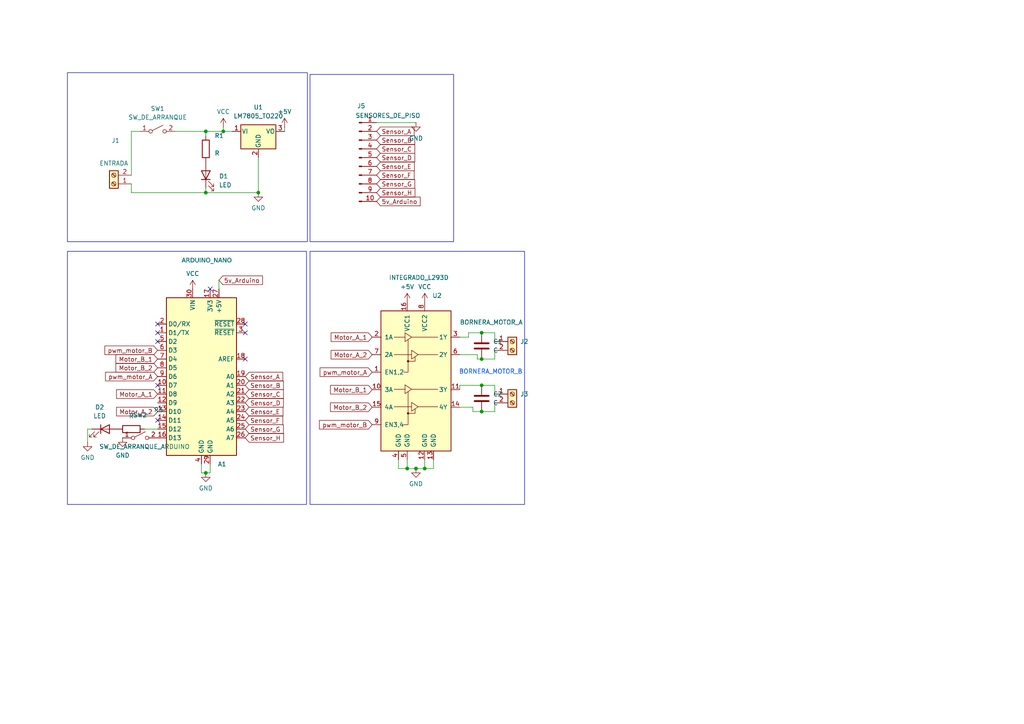
<source format=kicad_sch>
(kicad_sch (version 20250114) (generator "eeschema") (generator_version "9.0")
  (paper "A4")
  (lib_symbols
    (symbol "Connector:Conn_01x10_Pin" (pin_names (offset 1.016) (hide yes))
      (property "Reference" "J" (at 0 12.7 0))
      (property "Value" "Conn_01x10_Pin" (at 0 -15.24 0))
      (symbol "Conn_01x10_Pin_1_1"
        (rectangle (start 0.8636 10.287) (end 0 10.033) (stroke (width 0.1524)) (fill (type outline)))
        (rectangle (start 0.8636 7.747) (end 0 7.493) (stroke (width 0.1524)) (fill (type outline)))
        (rectangle (start 0.8636 5.207) (end 0 4.953) (stroke (width 0.1524)) (fill (type outline)))
        (rectangle (start 0.8636 2.667) (end 0 2.413) (stroke (width 0.1524)) (fill (type outline)))
        (rectangle (start 0.8636 0.127) (end 0 -0.127) (stroke (width 0.1524)) (fill (type outline)))
        (rectangle (start 0.8636 -2.413) (end 0 -2.667) (stroke (width 0.1524)) (fill (type outline)))
        (rectangle (start 0.8636 -4.953) (end 0 -5.207) (stroke (width 0.1524)) (fill (type outline)))
        (rectangle (start 0.8636 -7.493) (end 0 -7.747) (stroke (width 0.1524)) (fill (type outline)))
        (rectangle (start 0.8636 -10.033) (end 0 -10.287) (stroke (width 0.1524)) (fill (type outline)))
        (rectangle (start 0.8636 -12.573) (end 0 -12.827) (stroke (width 0.1524)) (fill (type outline)))
        (polyline (pts (xy 1.27 10.16) (xy 0.8636 10.16)) (stroke (width 0.1524)))
        (polyline (pts (xy 1.27 7.62) (xy 0.8636 7.62)) (stroke (width 0.1524)))
        (polyline (pts (xy 1.27 5.08) (xy 0.8636 5.08)) (stroke (width 0.1524)))
        (polyline (pts (xy 1.27 2.54) (xy 0.8636 2.54)) (stroke (width 0.1524)))
        (polyline (pts (xy 1.27 0) (xy 0.8636 0)) (stroke (width 0.1524)))
        (polyline (pts (xy 1.27 -2.54) (xy 0.8636 -2.54)) (stroke (width 0.1524)))
        (polyline (pts (xy 1.27 -5.08) (xy 0.8636 -5.08)) (stroke (width 0.1524)))
        (polyline (pts (xy 1.27 -7.62) (xy 0.8636 -7.62)) (stroke (width 0.1524)))
        (polyline (pts (xy 1.27 -10.16) (xy 0.8636 -10.16)) (stroke (width 0.1524)))
        (polyline (pts (xy 1.27 -12.7) (xy 0.8636 -12.7)) (stroke (width 0.1524)))
        (pin passive line (at 5.08 10.16 180) (length 3.81) (name "Pin_1") (number "1"))
        (pin passive line (at 5.08 7.62 180) (length 3.81) (name "Pin_2") (number "2"))
        (pin passive line (at 5.08 5.08 180) (length 3.81) (name "Pin_3") (number "3"))
        (pin passive line (at 5.08 2.54 180) (length 3.81) (name "Pin_4") (number "4"))
        (pin passive line (at 5.08 0 180) (length 3.81) (name "Pin_5") (number "5"))
        (pin passive line (at 5.08 -2.54 180) (length 3.81) (name "Pin_6") (number "6"))
        (pin passive line (at 5.08 -5.08 180) (length 3.81) (name "Pin_7") (number "7"))
        (pin passive line (at 5.08 -7.62 180) (length 3.81) (name "Pin_8") (number "8"))
        (pin passive line (at 5.08 -10.16 180) (length 3.81) (name "Pin_9") (number "9"))
        (pin passive line (at 5.08 -12.7 180) (length 3.81) (name "Pin_10") (number "10"))
      )
    )
    (symbol "Connector:Screw_Terminal_01x02" (pin_names (offset 1.016) (hide yes))
      (property "Reference" "J" (at 0 2.54 0))
      (property "Value" "Screw_Terminal_01x02" (at 0 -5.08 0))
      (symbol "Screw_Terminal_01x02_1_1"
        (rectangle (start -1.27 1.27) (end 1.27 -3.81) (stroke (width 0.254)) (fill (type background)))
        (polyline (pts (xy -0.5334 0.3302) (xy 0.3302 -0.508)) (stroke (width 0.1524)))
        (polyline (pts (xy -0.5334 -2.2098) (xy 0.3302 -3.048)) (stroke (width 0.1524)))
        (polyline (pts (xy -0.3556 0.508) (xy 0.508 -0.3302)) (stroke (width 0.1524)))
        (polyline (pts (xy -0.3556 -2.032) (xy 0.508 -2.8702)) (stroke (width 0.1524)))
        (circle (center 0 0) (radius 0.635) (stroke (width 0.1524)))
        (circle (center 0 -2.54) (radius 0.635) (stroke (width 0.1524)))
        (pin passive line (at -5.08 0 0) (length 3.81) (name "Pin_1") (number "1"))
        (pin passive line (at -5.08 -2.54 0) (length 3.81) (name "Pin_2") (number "2"))
      )
    )
    (symbol "Device:C" (pin_numbers (hide yes)) (pin_names (offset 0.254))
      (property "Reference" "C" (at 0.635 2.54 0))
      (property "Value" "C" (at 0.635 -2.54 0))
      (symbol "C_0_1"
        (polyline (pts (xy -2.032 0.762) (xy 2.032 0.762)) (stroke (width 0.508)))
        (polyline (pts (xy -2.032 -0.762) (xy 2.032 -0.762)) (stroke (width 0.508)))
      )
      (symbol "C_1_1"
        (pin passive line (at 0 3.81 270) (length 2.794) (name "~") (number "1"))
        (pin passive line (at 0 -3.81 90) (length 2.794) (name "~") (number "2"))
      )
    )
    (symbol "Device:LED" (pin_numbers (hide yes)) (pin_names (offset 1.016) (hide yes))
      (property "Reference" "D" (at 0 2.54 0))
      (property "Value" "LED" (at 0 -2.54 0))
      (symbol "LED_0_1"
        (polyline (pts (xy -3.048 -0.762) (xy -4.572 -2.286) (xy -3.81 -2.286) (xy -4.572 -2.286) (xy -4.572 -1.524)))
        (polyline (pts (xy -1.778 -0.762) (xy -3.302 -2.286) (xy -2.54 -2.286) (xy -3.302 -2.286) (xy -3.302 -1.524)))
        (polyline (pts (xy -1.27 0) (xy 1.27 0)))
        (polyline (pts (xy -1.27 -1.27) (xy -1.27 1.27)) (stroke (width 0.254)))
        (polyline (pts (xy 1.27 -1.27) (xy 1.27 1.27) (xy -1.27 0) (xy 1.27 -1.27)) (stroke (width 0.254)))
      )
      (symbol "LED_1_1"
        (pin passive line (at -3.81 0 0) (length 2.54) (name "K") (number "1"))
        (pin passive line (at 3.81 0 180) (length 2.54) (name "A") (number "2"))
      )
    )
    (symbol "Device:R" (pin_numbers (hide yes)) (pin_names (offset 0))
      (property "Reference" "R" (at 2.032 0 90))
      (property "Value" "R" (at 0 0 90))
      (symbol "R_0_1"
        (rectangle (start -1.016 -2.54) (end 1.016 2.54) (stroke (width 0.254)))
      )
      (symbol "R_1_1"
        (pin passive line (at 0 3.81 270) (length 1.27) (name "~") (number "1"))
        (pin passive line (at 0 -3.81 90) (length 1.27) (name "~") (number "2"))
      )
    )
    (symbol "Driver_Motor:L293D" (pin_names (offset 1.016))
      (property "Reference" "U" (at -5.08 26.035 0))
      (property "Value" "L293D" (at -5.08 24.13 0))
      (symbol "L293D_0_1"
        (rectangle (start -10.16 22.86) (end 10.16 -17.78) (stroke (width 0.254)) (fill (type background)))
        (polyline (pts (xy -6.35 15.24) (xy -3.175 15.24)))
        (polyline (pts (xy -6.35 10.16) (xy -1.27 10.16)))
        (polyline (pts (xy -6.35 0.127) (xy -3.175 0.127)))
        (polyline (pts (xy -6.35 -4.953) (xy -1.27 -4.953)))
        (polyline (pts (xy -3.175 16.51) (xy -3.175 13.97) (xy -1.27 15.24) (xy -3.175 16.51)))
        (polyline (pts (xy -3.175 1.397) (xy -3.175 -1.143) (xy -1.27 0.127) (xy -3.175 1.397)))
        (polyline (pts (xy -2.286 14.478) (xy -2.286 5.08) (xy -3.556 5.08)))
        (circle (center -2.286 8.255) (radius 0.254) (fill (type outline)))
        (polyline (pts (xy -2.286 8.255) (xy -0.254 8.255) (xy -0.254 9.525)))
        (polyline (pts (xy -2.286 -0.635) (xy -2.286 -10.16) (xy -3.556 -10.16)))
        (circle (center -2.286 -6.858) (radius 0.254) (fill (type outline)))
        (polyline (pts (xy -2.286 -6.858) (xy -0.254 -6.858) (xy -0.254 -5.588)))
        (polyline (pts (xy -1.27 15.24) (xy 6.35 15.24)))
        (polyline (pts (xy -1.27 11.43) (xy -1.27 8.89) (xy 0.635 10.16) (xy -1.27 11.43)))
        (polyline (pts (xy -1.27 0.127) (xy 6.35 0.127)))
        (polyline (pts (xy -1.27 -3.683) (xy -1.27 -6.223) (xy 0.635 -4.953) (xy -1.27 -3.683)))
        (polyline (pts (xy 0.635 10.16) (xy 6.35 10.16)))
        (polyline (pts (xy 0.635 -4.953) (xy 6.35 -4.953)))
      )
      (symbol "L293D_1_1"
        (pin input line (at -12.7 15.24 0) (length 2.54) (name "1A") (number "2"))
        (pin input line (at -12.7 10.16 0) (length 2.54) (name "2A") (number "7"))
        (pin input line (at -12.7 5.08 0) (length 2.54) (name "EN1,2") (number "1"))
        (pin input line (at -12.7 0 0) (length 2.54) (name "3A") (number "10"))
        (pin input line (at -12.7 -5.08 0) (length 2.54) (name "4A") (number "15"))
        (pin input line (at -12.7 -10.16 0) (length 2.54) (name "EN3,4") (number "9"))
        (pin power_in line (at -5.08 -20.32 90) (length 2.54) (name "GND") (number "4"))
        (pin power_in line (at -2.54 25.4 270) (length 2.54) (name "VCC1") (number "16"))
        (pin power_in line (at -2.54 -20.32 90) (length 2.54) (name "GND") (number "5"))
        (pin power_in line (at 2.54 25.4 270) (length 2.54) (name "VCC2") (number "8"))
        (pin power_in line (at 2.54 -20.32 90) (length 2.54) (name "GND") (number "12"))
        (pin power_in line (at 5.08 -20.32 90) (length 2.54) (name "GND") (number "13"))
        (pin output line (at 12.7 15.24 180) (length 2.54) (name "1Y") (number "3"))
        (pin output line (at 12.7 10.16 180) (length 2.54) (name "2Y") (number "6"))
        (pin output line (at 12.7 0 180) (length 2.54) (name "3Y") (number "11"))
        (pin output line (at 12.7 -5.08 180) (length 2.54) (name "4Y") (number "14"))
      )
    )
    (symbol "MCU_Module:Arduino_Nano_v2.x"
      (property "Reference" "A" (at -10.16 23.495 0))
      (property "Value" "Arduino_Nano_v2.x" (at 5.08 -24.13 0))
      (symbol "Arduino_Nano_v2.x_0_1"
        (rectangle (start -10.16 22.86) (end 10.16 -22.86) (stroke (width 0.254)) (fill (type background)))
      )
      (symbol "Arduino_Nano_v2.x_1_1"
        (pin bidirectional line (at -12.7 15.24 0) (length 2.54) (name "D0/RX") (number "2"))
        (pin bidirectional line (at -12.7 12.7 0) (length 2.54) (name "D1/TX") (number "1"))
        (pin bidirectional line (at -12.7 10.16 0) (length 2.54) (name "D2") (number "5"))
        (pin bidirectional line (at -12.7 7.62 0) (length 2.54) (name "D3") (number "6"))
        (pin bidirectional line (at -12.7 5.08 0) (length 2.54) (name "D4") (number "7"))
        (pin bidirectional line (at -12.7 2.54 0) (length 2.54) (name "D5") (number "8"))
        (pin bidirectional line (at -12.7 0 0) (length 2.54) (name "D6") (number "9"))
        (pin bidirectional line (at -12.7 -2.54 0) (length 2.54) (name "D7") (number "10"))
        (pin bidirectional line (at -12.7 -5.08 0) (length 2.54) (name "D8") (number "11"))
        (pin bidirectional line (at -12.7 -7.62 0) (length 2.54) (name "D9") (number "12"))
        (pin bidirectional line (at -12.7 -10.16 0) (length 2.54) (name "D10") (number "13"))
        (pin bidirectional line (at -12.7 -12.7 0) (length 2.54) (name "D11") (number "14"))
        (pin bidirectional line (at -12.7 -15.24 0) (length 2.54) (name "D12") (number "15"))
        (pin bidirectional line (at -12.7 -17.78 0) (length 2.54) (name "D13") (number "16"))
        (pin power_in line (at -2.54 25.4 270) (length 2.54) (name "VIN") (number "30"))
        (pin power_in line (at 0 -25.4 90) (length 2.54) (name "GND") (number "4"))
        (pin power_out line (at 2.54 25.4 270) (length 2.54) (name "3V3") (number "17"))
        (pin power_in line (at 2.54 -25.4 90) (length 2.54) (name "GND") (number "29"))
        (pin power_out line (at 5.08 25.4 270) (length 2.54) (name "+5V") (number "27"))
        (pin input line (at 12.7 15.24 180) (length 2.54) (name "~{RESET}") (number "28"))
        (pin input line (at 12.7 12.7 180) (length 2.54) (name "~{RESET}") (number "3"))
        (pin input line (at 12.7 5.08 180) (length 2.54) (name "AREF") (number "18"))
        (pin bidirectional line (at 12.7 0 180) (length 2.54) (name "A0") (number "19"))
        (pin bidirectional line (at 12.7 -2.54 180) (length 2.54) (name "A1") (number "20"))
        (pin bidirectional line (at 12.7 -5.08 180) (length 2.54) (name "A2") (number "21"))
        (pin bidirectional line (at 12.7 -7.62 180) (length 2.54) (name "A3") (number "22"))
        (pin bidirectional line (at 12.7 -10.16 180) (length 2.54) (name "A4") (number "23"))
        (pin bidirectional line (at 12.7 -12.7 180) (length 2.54) (name "A5") (number "24"))
        (pin bidirectional line (at 12.7 -15.24 180) (length 2.54) (name "A6") (number "25"))
        (pin bidirectional line (at 12.7 -17.78 180) (length 2.54) (name "A7") (number "26"))
      )
    )
    (symbol "Regulator_Linear:LM7805_TO220" (pin_names (offset 0.254))
      (property "Reference" "U" (at -3.81 3.175 0))
      (property "Value" "LM7805_TO220" (at 0 3.175 0))
      (symbol "LM7805_TO220_0_1"
        (rectangle (start -5.08 1.905) (end 5.08 -5.08) (stroke (width 0.254)) (fill (type background)))
      )
      (symbol "LM7805_TO220_1_1"
        (pin power_in line (at -7.62 0 0) (length 2.54) (name "VI") (number "1"))
        (pin power_in line (at 0 -7.62 90) (length 2.54) (name "GND") (number "2"))
        (pin power_out line (at 7.62 0 180) (length 2.54) (name "VO") (number "3"))
      )
    )
    (symbol "Switch:SW_SPST" (pin_names (offset 0) (hide yes))
      (property "Reference" "SW" (at 0 3.175 0))
      (property "Value" "SW_SPST" (at 0 -2.54 0))
      (symbol "SW_SPST_0_0"
        (circle (center -2.032 0) (radius 0.508))
        (polyline (pts (xy -1.524 0.254) (xy 1.524 1.778)))
        (circle (center 2.032 0) (radius 0.508))
      )
      (symbol "SW_SPST_1_1"
        (pin passive line (at -5.08 0 0) (length 2.54) (name "A") (number "1"))
        (pin passive line (at 5.08 0 180) (length 2.54) (name "B") (number "2"))
      )
    )
    (symbol "power:+5V" (power) (pin_numbers (hide yes)) (pin_names (offset 0) (hide yes))
      (property "Value" "+5V" (at 0 3.556 0))
      (symbol "+5V_0_1"
        (polyline (pts (xy -0.762 1.27) (xy 0 2.54)))
        (polyline (pts (xy 0 2.54) (xy 0.762 1.27)))
        (polyline (pts (xy 0 0) (xy 0 2.54)))
      )
      (symbol "+5V_1_1"
        (pin power_in line (at 0 0 90) (length 0) (name "~") (number "1"))
      )
    )
    (symbol "power:GND" (power) (pin_numbers (hide yes)) (pin_names (offset 0) (hide yes))
      (property "Value" "GND" (at 0 -3.81 0))
      (symbol "GND_0_1"
        (polyline (pts (xy 0 0) (xy 0 -1.27) (xy 1.27 -1.27) (xy 0 -2.54) (xy -1.27 -1.27) (xy 0 -1.27)))
      )
      (symbol "GND_1_1"
        (pin power_in line (at 0 0 270) (length 0) (name "~") (number "1"))
      )
    )
    (symbol "power:VCC" (power) (pin_numbers (hide yes)) (pin_names (offset 0) (hide yes))
      (property "Value" "VCC" (at 0 3.556 0))
      (symbol "VCC_0_1"
        (polyline (pts (xy -0.762 1.27) (xy 0 2.54)))
        (polyline (pts (xy 0 2.54) (xy 0.762 1.27)))
        (polyline (pts (xy 0 0) (xy 0 2.54)))
      )
      (symbol "VCC_1_1"
        (pin power_in line (at 0 0 90) (length 0) (name "~") (number "1"))
      )
    )
  )
  (rectangle (start 89.916 72.898) (end 152.146 146.304))
  (rectangle (start 89.916 21.59) (end 131.572 70.104))
  (rectangle (start 19.558 21.082) (end 89.154 70.104))
  (rectangle (start 19.558 72.898) (end 88.9 146.304))
  (junction (at 74.93 55.88))
  (junction (at 118.11 135.89))
  (junction (at 59.69 55.88))
  (junction (at 59.69 38.1))
  (junction (at 120.65 135.89))
  (junction (at 59.69 137.16))
  (junction (at 64.77 38.1))
  (junction (at 123.19 135.89))
  (junction (at 139.7 111.76))
  (junction (at 139.7 104.14))
  (junction (at 139.7 119.38))
  (junction (at 139.7 96.52))
  (no_connect (at 60.96 83.82))
  (no_connect (at 45.72 96.52))
  (no_connect (at 71.12 104.14))
  (no_connect (at 45.72 111.76))
  (no_connect (at 45.72 121.92))
  (no_connect (at 71.12 93.98))
  (no_connect (at 45.72 93.98))
  (no_connect (at 71.12 96.52))
  (no_connect (at 45.72 99.06))
  (wire (pts (xy 74.93 45.72) (xy 74.93 55.88)))
  (wire (pts (xy 82.55 36.83) (xy 82.55 38.1)))
  (wire (pts (xy 40.64 38.1) (xy 38.1 38.1)))
  (wire (pts (xy 50.8 38.1) (xy 59.69 38.1)))
  (wire (pts (xy 38.1 38.1) (xy 38.1 50.8)))
  (wire (pts (xy 143.51 114.3) (xy 143.51 111.76)))
  (wire (pts (xy 118.11 135.89) (xy 120.65 135.89)))
  (wire (pts (xy 125.73 135.89) (xy 123.19 135.89)))
  (wire (pts (xy 139.7 119.38) (xy 143.51 119.38)))
  (wire (pts (xy 133.35 102.87) (xy 138.43 102.87)))
  (wire (pts (xy 133.35 118.11) (xy 137.16 118.11)))
  (wire (pts (xy 125.73 133.35) (xy 125.73 135.89)))
  (wire (pts (xy 139.7 104.14) (xy 143.51 104.14)))
  (wire (pts (xy 60.96 137.16) (xy 60.96 134.62)))
  (wire (pts (xy 133.35 111.76) (xy 133.35 113.03)))
  (wire (pts (xy 137.16 119.38) (xy 139.7 119.38)))
  (wire (pts (xy 58.42 134.62) (xy 58.42 137.16)))
  (wire (pts (xy 64.77 36.83) (xy 64.77 38.1)))
  (wire (pts (xy 59.69 137.16) (xy 60.96 137.16)))
  (wire (pts (xy 58.42 137.16) (xy 59.69 137.16)))
  (wire (pts (xy 64.77 38.1) (xy 67.31 38.1)))
  (wire (pts (xy 63.5 81.28) (xy 63.5 83.82)))
  (wire (pts (xy 59.69 55.88) (xy 74.93 55.88)))
  (wire (pts (xy 115.57 135.89) (xy 118.11 135.89)))
  (wire (pts (xy 123.19 133.35) (xy 123.19 135.89)))
  (wire (pts (xy 25.4 124.46) (xy 26.67 124.46)))
  (wire (pts (xy 115.57 133.35) (xy 115.57 135.89)))
  (wire (pts (xy 133.35 97.79) (xy 135.89 97.79)))
  (wire (pts (xy 38.1 55.88) (xy 38.1 53.34)))
  (wire (pts (xy 143.51 99.06) (xy 143.51 96.52)))
  (wire (pts (xy 120.65 135.89) (xy 123.19 135.89)))
  (wire (pts (xy 41.91 124.46) (xy 45.72 124.46)))
  (wire (pts (xy 109.22 35.56) (xy 120.65 35.56)))
  (wire (pts (xy 137.16 118.11) (xy 137.16 119.38)))
  (wire (pts (xy 143.51 101.6) (xy 143.51 104.14)))
  (wire (pts (xy 59.69 38.1) (xy 64.77 38.1)))
  (wire (pts (xy 38.1 55.88) (xy 59.69 55.88)))
  (wire (pts (xy 138.43 104.14) (xy 139.7 104.14)))
  (wire (pts (xy 139.7 96.52) (xy 143.51 96.52)))
  (wire (pts (xy 133.35 111.76) (xy 139.7 111.76)))
  (wire (pts (xy 118.11 133.35) (xy 118.11 135.89)))
  (wire (pts (xy 139.7 111.76) (xy 143.51 111.76)))
  (wire (pts (xy 135.89 96.52) (xy 139.7 96.52)))
  (wire (pts (xy 25.4 124.46) (xy 25.4 128.27)))
  (wire (pts (xy 138.43 102.87) (xy 138.43 104.14)))
  (wire (pts (xy 135.89 97.79) (xy 135.89 96.52)))
  (wire (pts (xy 143.51 116.84) (xy 143.51 119.38)))
  (wire (pts (xy 59.69 38.1) (xy 59.69 39.37)))
  (wire (pts (xy 59.69 54.61) (xy 59.69 55.88)))
  (global_label "pwm_motor_B" (shape input) (at 107.95 123.19 180) (property "Intersheetrefs" "${INTERSHEET_REFS}" (effects (hide yes))))
  (global_label "Sensor_D" (shape input) (at 71.12 116.84 0) (property "Intersheetrefs" "${INTERSHEET_REFS}" (effects (hide yes))))
  (global_label "Sensor_A" (shape input) (at 71.12 109.22 0) (property "Intersheetrefs" "${INTERSHEET_REFS}" (effects (hide yes))))
  (global_label "Motor_B_1" (shape input) (at 45.72 104.14 180) (property "Intersheetrefs" "${INTERSHEET_REFS}" (effects (hide yes))))
  (global_label "Motor_B_2" (shape input) (at 107.95 118.11 180) (property "Intersheetrefs" "${INTERSHEET_REFS}" (effects (hide yes))))
  (global_label "Sensor_B" (shape input) (at 71.12 111.76 0) (property "Intersheetrefs" "${INTERSHEET_REFS}" (effects (hide yes))))
  (global_label "Sensor_E" (shape input) (at 71.12 119.38 0) (property "Intersheetrefs" "${INTERSHEET_REFS}" (effects (hide yes))))
  (global_label "Sensor_C" (shape input) (at 109.22 43.18 0) (property "Intersheetrefs" "${INTERSHEET_REFS}" (effects (hide yes))))
  (global_label "Motor_A_2" (shape input) (at 107.95 102.87 180) (property "Intersheetrefs" "${INTERSHEET_REFS}" (effects (hide yes))))
  (global_label "Sensor_F" (shape input) (at 109.22 50.8 0) (property "Intersheetrefs" "${INTERSHEET_REFS}" (effects (hide yes))))
  (global_label "pwm_motor_A" (shape input) (at 45.72 109.22 180) (property "Intersheetrefs" "${INTERSHEET_REFS}" (effects (hide yes))))
  (global_label "Motor_A_1" (shape input) (at 45.72 114.3 180) (property "Intersheetrefs" "${INTERSHEET_REFS}" (effects (hide yes))))
  (global_label "Sensor_C" (shape input) (at 71.12 114.3 0) (property "Intersheetrefs" "${INTERSHEET_REFS}" (effects (hide yes))))
  (global_label "Sensor_G" (shape input) (at 71.12 124.46 0) (property "Intersheetrefs" "${INTERSHEET_REFS}" (effects (hide yes))))
  (global_label "pwm_motor_A" (shape input) (at 107.95 107.95 180) (property "Intersheetrefs" "${INTERSHEET_REFS}" (effects (hide yes))))
  (global_label "Sensor_H" (shape input) (at 71.12 127 0) (property "Intersheetrefs" "${INTERSHEET_REFS}" (effects (hide yes))))
  (global_label "5v_Arduino" (shape input) (at 63.5 81.28 0) (property "Intersheetrefs" "${INTERSHEET_REFS}" (effects (hide yes))))
  (global_label "Sensor_B" (shape input) (at 109.22 40.64 0) (property "Intersheetrefs" "${INTERSHEET_REFS}" (effects (hide yes))))
  (global_label "Sensor_F" (shape input) (at 71.12 121.92 0) (property "Intersheetrefs" "${INTERSHEET_REFS}" (effects (hide yes))))
  (global_label "pwm_motor_B" (shape input) (at 45.72 101.6 180) (property "Intersheetrefs" "${INTERSHEET_REFS}" (effects (hide yes))))
  (global_label "Motor_B_2" (shape input) (at 45.72 106.68 180) (property "Intersheetrefs" "${INTERSHEET_REFS}" (effects (hide yes))))
  (global_label "Sensor_D" (shape input) (at 109.22 45.72 0) (property "Intersheetrefs" "${INTERSHEET_REFS}" (effects (hide yes))))
  (global_label "Sensor_E" (shape input) (at 109.22 48.26 0) (property "Intersheetrefs" "${INTERSHEET_REFS}" (effects (hide yes))))
  (global_label "Motor_B_1" (shape input) (at 107.95 113.03 180) (property "Intersheetrefs" "${INTERSHEET_REFS}" (effects (hide yes))))
  (global_label "Sensor_H" (shape input) (at 109.22 55.88 0) (property "Intersheetrefs" "${INTERSHEET_REFS}" (effects (hide yes))))
  (global_label "Sensor_G" (shape input) (at 109.22 53.34 0) (property "Intersheetrefs" "${INTERSHEET_REFS}" (effects (hide yes))))
  (global_label "Motor_A_1" (shape input) (at 107.95 97.79 180) (property "Intersheetrefs" "${INTERSHEET_REFS}" (effects (hide yes))))
  (global_label "5v_Arduino" (shape input) (at 109.22 58.42 0) (property "Intersheetrefs" "${INTERSHEET_REFS}" (effects (hide yes))))
  (global_label "Sensor_A" (shape input) (at 109.22 38.1 0) (property "Intersheetrefs" "${INTERSHEET_REFS}" (effects (hide yes))))
  (global_label "Motor_A_2" (shape input) (at 45.72 119.38 180) (property "Intersheetrefs" "${INTERSHEET_REFS}" (effects (hide yes))))
  (symbol (lib_id "power:GND") (at 59.69 137.16 0) (unit 1)
    (property "Reference" "#PWR05" (effects (hide yes)))
    (property "Value" "GND" (at 59.69 141.605 0))
    (property "Description" "Power symbol creates a global label with name \"GND\" , ground" (effects (hide yes)))
  )
  (symbol (lib_id "power:VCC") (at 55.88 83.82 0) (unit 1)
    (property "Reference" "#PWR07" (effects (hide yes)))
    (property "Value" "VCC" (at 55.88 79.375 0))
    (property "Description" "Power symbol creates a global label with name \"VCC\"" (effects (hide yes)))
  )
  (symbol (lib_id "Connector:Conn_01x10_Pin") (at 104.14 45.72 0) (unit 1)
    (property "Reference" "J5" (at 104.775 30.734 0))
    (property "Value" "SENSORES_DE_PISO" (at 112.522 33.528 0))
    (property "Footprint" "Connector_PinHeader_2.54mm:PinHeader_1x10_P2.54mm_Vertical" (effects (hide yes)))
    (property "Description" "Generic connector, single row, 01x10, script generated" (effects (hide yes)))
  )
  (symbol (lib_id "Device:C") (at 139.7 100.33 0) (unit 1)
    (property "Reference" "C1" (at 143.002 99.0599 0) (effects (justify left)))
    (property "Value" "C" (at 143.002 101.5999 0) (effects (justify left)))
    (property "Footprint" "Capacitor_THT:C_Disc_D4.7mm_W2.5mm_P5.00mm" (effects (hide yes)))
    (property "Description" "Unpolarized capacitor" (effects (hide yes)))
  )
  (symbol (lib_id "power:GND") (at 120.65 135.89 0) (unit 1)
    (property "Reference" "#PWR06" (effects (hide yes)))
    (property "Value" "GND" (at 120.65 140.335 0))
    (property "Description" "Power symbol creates a global label with name \"GND\" , ground" (effects (hide yes)))
  )
  (symbol (lib_id "Connector:Screw_Terminal_01x02") (at 148.59 114.3 0) (unit 1)
    (property "Reference" "J3" (at 150.876 114.2999 0) (effects (justify left)))
    (property "Value" "BORNERA_MOTOR_B" (at 133.096 107.696 0) (effects (justify left)))
    (property "Footprint" "TerminalBlock:TerminalBlock_Altech_AK300-2_P5.00mm" (effects (hide yes)))
    (property "Description" "Generic screw terminal, single row, 01x02, script generated (kicad-library-utils/schlib/autogen/connector/)" (effects (hide yes)))
  )
  (symbol (lib_id "Device:LED") (at 30.48 124.46 0) (unit 1)
    (property "Reference" "D2" (at 28.8925 118.11 0))
    (property "Value" "LED" (at 28.8925 120.65 0))
    (property "Footprint" "LED_THT:LED_D5.0mm_IRGrey" (effects (hide yes)))
    (property "Description" "Light emitting diode" (effects (hide yes)))
  )
  (symbol (lib_id "power:GND") (at 35.56 127 0) (unit 1)
    (property "Reference" "#PWR09" (effects (hide yes)))
    (property "Value" "GND" (at 35.56 132.08 0))
    (property "Description" "Power symbol creates a global label with name \"GND\" , ground" (effects (hide yes)))
  )
  (symbol (lib_id "MCU_Module:Arduino_Nano_v2.x") (at 58.42 109.22 0) (unit 1)
    (property "Reference" "A1" (at 63.1541 134.62 0) (effects (justify left)))
    (property "Value" "ARDUINO_NANO" (at 52.705 75.565 0) (effects (justify left)))
    (property "Footprint" "Module:Arduino_Nano" (effects (hide yes)))
    (property "Datasheet" "https://www.arduino.cc/en/uploads/Main/ArduinoNanoManual23.pdf" (effects (hide yes)))
    (property "Description" "Arduino Nano v2.x" (effects (hide yes)))
  )
  (symbol (lib_id "Connector:Screw_Terminal_01x02") (at 33.02 53.34 180) (unit 1)
    (property "Reference" "J1" (at 33.528 40.767 0))
    (property "Value" "ENTRADA" (at 33.02 47.371 0))
    (property "Footprint" "TerminalBlock:TerminalBlock_Altech_AK300-2_P5.00mm" (effects (hide yes)))
    (property "Description" "Generic screw terminal, single row, 01x02, script generated (kicad-library-utils/schlib/autogen/connector/)" (effects (hide yes)))
  )
  (symbol (lib_id "Device:R") (at 38.1 124.46 90) (unit 1)
    (property "Reference" "R3" (at 45.974 118.872 90))
    (property "Value" "R" (at 38.1 120.65 90))
    (property "Footprint" "Resistor_THT:R_Axial_DIN0207_L6.3mm_D2.5mm_P10.16mm_Horizontal" (effects (hide yes)))
    (property "Description" "Resistor" (effects (hide yes)))
  )
  (symbol (lib_id "Device:LED") (at 59.69 50.8 90) (unit 1)
    (property "Reference" "D1" (at 63.5 51.1174 90) (effects (justify right)))
    (property "Value" "LED" (at 63.5 53.6574 90) (effects (justify right)))
    (property "Footprint" "LED_THT:LED_D5.0mm_IRGrey" (effects (hide yes)))
    (property "Description" "Light emitting diode" (effects (hide yes)))
  )
  (symbol (lib_id "power:GND") (at 120.65 35.56 0) (unit 1)
    (property "Reference" "#PWR01" (effects (hide yes)))
    (property "Value" "GND" (at 120.65 40.132 0))
    (property "Description" "Power symbol creates a global label with name \"GND\" , ground" (effects (hide yes)))
  )
  (symbol (lib_id "Connector:Screw_Terminal_01x02") (at 148.59 99.06 0) (unit 1)
    (property "Reference" "J2" (at 150.876 99.0599 0) (effects (justify left)))
    (property "Value" "BORNERA_MOTOR_A" (at 133.35 93.472 0) (effects (justify left)))
    (property "Footprint" "TerminalBlock:TerminalBlock_Altech_AK300-2_P5.00mm" (effects (hide yes)))
    (property "Description" "Generic screw terminal, single row, 01x02, script generated (kicad-library-utils/schlib/autogen/connector/)" (effects (hide yes)))
  )
  (symbol (lib_id "power:GND") (at 25.4 128.27 0) (unit 1)
    (property "Reference" "#PWR013" (effects (hide yes)))
    (property "Value" "GND" (at 25.4 132.715 0))
    (property "Description" "Power symbol creates a global label with name \"GND\" , ground" (effects (hide yes)))
  )
  (symbol (lib_id "Switch:SW_SPST") (at 40.64 127 0) (unit 1)
    (property "Reference" "SW2" (at 40.64 120.396 0))
    (property "Value" "SW_DE_ARRANQUE_ARDUINO" (at 41.91 129.54 0))
    (property "Footprint" "Button_Switch_THT:SW_Tactile_Straight_KSA0Axx1LFTR" (effects (hide yes)))
    (property "Description" "Single Pole Single Throw (SPST) switch" (effects (hide yes)))
  )
  (symbol (lib_id "power:GND") (at 74.93 55.88 0) (unit 1)
    (property "Reference" "#PWR03" (effects (hide yes)))
    (property "Value" "GND" (at 74.93 60.325 0))
    (property "Description" "Power symbol creates a global label with name \"GND\" , ground" (effects (hide yes)))
  )
  (symbol (lib_id "power:+5V") (at 118.11 87.63 0) (unit 1)
    (property "Reference" "#PWR017" (effects (hide yes)))
    (property "Value" "+5V" (at 118.11 83.185 0))
    (property "Description" "Power symbol creates a global label with name \"+5V\"" (effects (hide yes)))
  )
  (symbol (lib_id "power:VCC") (at 64.77 36.83 0) (unit 1)
    (property "Reference" "#PWR04" (effects (hide yes)))
    (property "Value" "VCC" (at 64.77 32.385 0))
    (property "Description" "Power symbol creates a global label with name \"VCC\"" (effects (hide yes)))
  )
  (symbol (lib_id "Device:R") (at 59.69 43.18 180) (unit 1)
    (property "Reference" "R1" (at 62.23 39.3699 0) (effects (justify right)))
    (property "Value" "R" (at 62.23 44.4499 0) (effects (justify right)))
    (property "Footprint" "Resistor_THT:R_Axial_DIN0207_L6.3mm_D2.5mm_P10.16mm_Horizontal" (effects (hide yes)))
    (property "Description" "Resistor" (effects (hide yes)))
  )
  (symbol (lib_id "power:+5V") (at 82.55 36.83 0) (unit 1)
    (property "Reference" "#PWR02" (effects (hide yes)))
    (property "Value" "+5V" (at 82.55 32.385 0))
    (property "Description" "Power symbol creates a global label with name \"+5V\"" (effects (hide yes)))
  )
  (symbol (lib_id "Driver_Motor:L293D") (at 120.65 113.03 0) (unit 1)
    (property "Reference" "U2" (at 125.3841 85.725 0) (effects (justify left)))
    (property "Value" "INTEGRADO_L293D" (at 112.776 80.518 0) (effects (justify left)))
    (property "Footprint" "Package_DIP:DIP-16_W7.62mm" (effects (hide yes)))
    (property "Datasheet" "http://www.ti.com/lit/ds/symlink/l293.pdf" (effects (hide yes)))
    (property "Description" "Quadruple Half-H Drivers" (effects (hide yes)))
  )
  (symbol (lib_id "power:VCC") (at 123.19 87.63 0) (unit 1)
    (property "Reference" "#PWR08" (effects (hide yes)))
    (property "Value" "VCC" (at 123.19 83.185 0))
    (property "Description" "Power symbol creates a global label with name \"VCC\"" (effects (hide yes)))
  )
  (symbol (lib_id "Regulator_Linear:LM7805_TO220") (at 74.93 38.1 0) (unit 1)
    (property "Reference" "U1" (at 74.93 31.115 0))
    (property "Value" "LM7805_TO220" (at 74.93 33.655 0))
    (property "Footprint" "EESTN5:TO-220-2" (effects (hide yes)))
    (property "Datasheet" "https://www.onsemi.cn/PowerSolutions/document/MC7800-D.PDF" (effects (hide yes)))
    (property "Description" "Positive 1A 35V Linear Regulator, Fixed Output 5V, TO-220" (effects (hide yes)))
  )
  (symbol (lib_id "Device:C") (at 139.7 115.57 0) (unit 1)
    (property "Reference" "C2" (at 143.002 114.2999 0) (effects (justify left)))
    (property "Value" "C" (at 143.002 116.8399 0) (effects (justify left)))
    (property "Footprint" "Capacitor_THT:C_Disc_D4.7mm_W2.5mm_P5.00mm" (effects (hide yes)))
    (property "Description" "Unpolarized capacitor" (effects (hide yes)))
  )
  (symbol (lib_id "Switch:SW_SPST") (at 45.72 38.1 0) (unit 1)
    (property "Reference" "SW1" (at 45.72 31.496 0))
    (property "Value" "SW_DE_ARRANQUE" (at 45.72 34.036 0))
    (property "Footprint" "100SP1T1B4M2QE:SW_100SP1T1B4M2QE" (effects (hide yes)))
    (property "Description" "Single Pole Single Throw (SPST) switch" (effects (hide yes)))
  )
)
</source>
